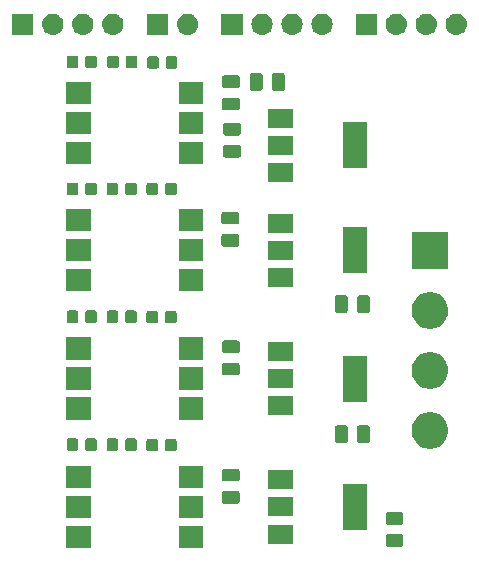
<source format=gts>
G04 #@! TF.GenerationSoftware,KiCad,Pcbnew,5.0.2-bee76a0~70~ubuntu18.04.1*
G04 #@! TF.CreationDate,2020-07-21T15:58:49+05:30*
G04 #@! TF.ProjectId,switch_board_v1.1,73776974-6368-45f6-926f-6172645f7631,rev?*
G04 #@! TF.SameCoordinates,Original*
G04 #@! TF.FileFunction,Soldermask,Top*
G04 #@! TF.FilePolarity,Negative*
%FSLAX46Y46*%
G04 Gerber Fmt 4.6, Leading zero omitted, Abs format (unit mm)*
G04 Created by KiCad (PCBNEW 5.0.2-bee76a0~70~ubuntu18.04.1) date Tue Jul 21 15:58:49 2020*
%MOMM*%
%LPD*%
G01*
G04 APERTURE LIST*
%ADD10C,0.100000*%
G04 APERTURE END LIST*
D10*
G36*
X107526000Y-111014332D02*
X105424000Y-111014332D01*
X105424000Y-109132332D01*
X107526000Y-109132332D01*
X107526000Y-111014332D01*
X107526000Y-111014332D01*
G37*
G36*
X97996000Y-111014332D02*
X95894000Y-111014332D01*
X95894000Y-109132332D01*
X97996000Y-109132332D01*
X97996000Y-111014332D01*
X97996000Y-111014332D01*
G37*
G36*
X124284466Y-109841065D02*
X124323137Y-109852796D01*
X124358779Y-109871848D01*
X124390017Y-109897483D01*
X124415652Y-109928721D01*
X124434704Y-109964363D01*
X124446435Y-110003034D01*
X124451000Y-110049388D01*
X124451000Y-110700612D01*
X124446435Y-110746966D01*
X124434704Y-110785637D01*
X124415652Y-110821279D01*
X124390017Y-110852517D01*
X124358779Y-110878152D01*
X124323137Y-110897204D01*
X124284466Y-110908935D01*
X124238112Y-110913500D01*
X123161888Y-110913500D01*
X123115534Y-110908935D01*
X123076863Y-110897204D01*
X123041221Y-110878152D01*
X123009983Y-110852517D01*
X122984348Y-110821279D01*
X122965296Y-110785637D01*
X122953565Y-110746966D01*
X122949000Y-110700612D01*
X122949000Y-110049388D01*
X122953565Y-110003034D01*
X122965296Y-109964363D01*
X122984348Y-109928721D01*
X123009983Y-109897483D01*
X123041221Y-109871848D01*
X123076863Y-109852796D01*
X123115534Y-109841065D01*
X123161888Y-109836500D01*
X124238112Y-109836500D01*
X124284466Y-109841065D01*
X124284466Y-109841065D01*
G37*
G36*
X115121000Y-110634332D02*
X113019000Y-110634332D01*
X113019000Y-109032332D01*
X115121000Y-109032332D01*
X115121000Y-110634332D01*
X115121000Y-110634332D01*
G37*
G36*
X121421000Y-109484332D02*
X119319000Y-109484332D01*
X119319000Y-105582332D01*
X121421000Y-105582332D01*
X121421000Y-109484332D01*
X121421000Y-109484332D01*
G37*
G36*
X124284466Y-107966065D02*
X124323137Y-107977796D01*
X124358779Y-107996848D01*
X124390017Y-108022483D01*
X124415652Y-108053721D01*
X124434704Y-108089363D01*
X124446435Y-108128034D01*
X124451000Y-108174388D01*
X124451000Y-108825612D01*
X124446435Y-108871966D01*
X124434704Y-108910637D01*
X124415652Y-108946279D01*
X124390017Y-108977517D01*
X124358779Y-109003152D01*
X124323137Y-109022204D01*
X124284466Y-109033935D01*
X124238112Y-109038500D01*
X123161888Y-109038500D01*
X123115534Y-109033935D01*
X123076863Y-109022204D01*
X123041221Y-109003152D01*
X123009983Y-108977517D01*
X122984348Y-108946279D01*
X122965296Y-108910637D01*
X122953565Y-108871966D01*
X122949000Y-108825612D01*
X122949000Y-108174388D01*
X122953565Y-108128034D01*
X122965296Y-108089363D01*
X122984348Y-108053721D01*
X123009983Y-108022483D01*
X123041221Y-107996848D01*
X123076863Y-107977796D01*
X123115534Y-107966065D01*
X123161888Y-107961500D01*
X124238112Y-107961500D01*
X124284466Y-107966065D01*
X124284466Y-107966065D01*
G37*
G36*
X107526000Y-108474332D02*
X105424000Y-108474332D01*
X105424000Y-106592332D01*
X107526000Y-106592332D01*
X107526000Y-108474332D01*
X107526000Y-108474332D01*
G37*
G36*
X97996000Y-108474332D02*
X95894000Y-108474332D01*
X95894000Y-106592332D01*
X97996000Y-106592332D01*
X97996000Y-108474332D01*
X97996000Y-108474332D01*
G37*
G36*
X115121000Y-108334332D02*
X113019000Y-108334332D01*
X113019000Y-106732332D01*
X115121000Y-106732332D01*
X115121000Y-108334332D01*
X115121000Y-108334332D01*
G37*
G36*
X110434466Y-106181065D02*
X110473137Y-106192796D01*
X110508779Y-106211848D01*
X110540017Y-106237483D01*
X110565652Y-106268721D01*
X110584704Y-106304363D01*
X110596435Y-106343034D01*
X110601000Y-106389388D01*
X110601000Y-107040612D01*
X110596435Y-107086966D01*
X110584704Y-107125637D01*
X110565652Y-107161279D01*
X110540017Y-107192517D01*
X110508779Y-107218152D01*
X110473137Y-107237204D01*
X110434466Y-107248935D01*
X110388112Y-107253500D01*
X109311888Y-107253500D01*
X109265534Y-107248935D01*
X109226863Y-107237204D01*
X109191221Y-107218152D01*
X109159983Y-107192517D01*
X109134348Y-107161279D01*
X109115296Y-107125637D01*
X109103565Y-107086966D01*
X109099000Y-107040612D01*
X109099000Y-106389388D01*
X109103565Y-106343034D01*
X109115296Y-106304363D01*
X109134348Y-106268721D01*
X109159983Y-106237483D01*
X109191221Y-106211848D01*
X109226863Y-106192796D01*
X109265534Y-106181065D01*
X109311888Y-106176500D01*
X110388112Y-106176500D01*
X110434466Y-106181065D01*
X110434466Y-106181065D01*
G37*
G36*
X115121000Y-106034332D02*
X113019000Y-106034332D01*
X113019000Y-104432332D01*
X115121000Y-104432332D01*
X115121000Y-106034332D01*
X115121000Y-106034332D01*
G37*
G36*
X107526000Y-105934332D02*
X105424000Y-105934332D01*
X105424000Y-104052332D01*
X107526000Y-104052332D01*
X107526000Y-105934332D01*
X107526000Y-105934332D01*
G37*
G36*
X97996000Y-105934332D02*
X95894000Y-105934332D01*
X95894000Y-104052332D01*
X97996000Y-104052332D01*
X97996000Y-105934332D01*
X97996000Y-105934332D01*
G37*
G36*
X110434466Y-104306065D02*
X110473137Y-104317796D01*
X110508779Y-104336848D01*
X110540017Y-104362483D01*
X110565652Y-104393721D01*
X110584704Y-104429363D01*
X110596435Y-104468034D01*
X110601000Y-104514388D01*
X110601000Y-105165612D01*
X110596435Y-105211966D01*
X110584704Y-105250637D01*
X110565652Y-105286279D01*
X110540017Y-105317517D01*
X110508779Y-105343152D01*
X110473137Y-105362204D01*
X110434466Y-105373935D01*
X110388112Y-105378500D01*
X109311888Y-105378500D01*
X109265534Y-105373935D01*
X109226863Y-105362204D01*
X109191221Y-105343152D01*
X109159983Y-105317517D01*
X109134348Y-105286279D01*
X109115296Y-105250637D01*
X109103565Y-105211966D01*
X109099000Y-105165612D01*
X109099000Y-104514388D01*
X109103565Y-104468034D01*
X109115296Y-104429363D01*
X109134348Y-104393721D01*
X109159983Y-104362483D01*
X109191221Y-104336848D01*
X109226863Y-104317796D01*
X109265534Y-104306065D01*
X109311888Y-104301500D01*
X110388112Y-104301500D01*
X110434466Y-104306065D01*
X110434466Y-104306065D01*
G37*
G36*
X105114591Y-101778085D02*
X105148569Y-101788393D01*
X105179887Y-101805133D01*
X105207339Y-101827661D01*
X105229867Y-101855113D01*
X105246607Y-101886431D01*
X105256915Y-101920409D01*
X105261000Y-101961890D01*
X105261000Y-102638110D01*
X105256915Y-102679591D01*
X105246607Y-102713569D01*
X105229867Y-102744887D01*
X105207339Y-102772339D01*
X105179887Y-102794867D01*
X105148569Y-102811607D01*
X105114591Y-102821915D01*
X105073110Y-102826000D01*
X104471890Y-102826000D01*
X104430409Y-102821915D01*
X104396431Y-102811607D01*
X104365113Y-102794867D01*
X104337661Y-102772339D01*
X104315133Y-102744887D01*
X104298393Y-102713569D01*
X104288085Y-102679591D01*
X104284000Y-102638110D01*
X104284000Y-101961890D01*
X104288085Y-101920409D01*
X104298393Y-101886431D01*
X104315133Y-101855113D01*
X104337661Y-101827661D01*
X104365113Y-101805133D01*
X104396431Y-101788393D01*
X104430409Y-101778085D01*
X104471890Y-101774000D01*
X105073110Y-101774000D01*
X105114591Y-101778085D01*
X105114591Y-101778085D01*
G37*
G36*
X103539591Y-101778085D02*
X103573569Y-101788393D01*
X103604887Y-101805133D01*
X103632339Y-101827661D01*
X103654867Y-101855113D01*
X103671607Y-101886431D01*
X103681915Y-101920409D01*
X103686000Y-101961890D01*
X103686000Y-102638110D01*
X103681915Y-102679591D01*
X103671607Y-102713569D01*
X103654867Y-102744887D01*
X103632339Y-102772339D01*
X103604887Y-102794867D01*
X103573569Y-102811607D01*
X103539591Y-102821915D01*
X103498110Y-102826000D01*
X102896890Y-102826000D01*
X102855409Y-102821915D01*
X102821431Y-102811607D01*
X102790113Y-102794867D01*
X102762661Y-102772339D01*
X102740133Y-102744887D01*
X102723393Y-102713569D01*
X102713085Y-102679591D01*
X102709000Y-102638110D01*
X102709000Y-101961890D01*
X102713085Y-101920409D01*
X102723393Y-101886431D01*
X102740133Y-101855113D01*
X102762661Y-101827661D01*
X102790113Y-101805133D01*
X102821431Y-101788393D01*
X102855409Y-101778085D01*
X102896890Y-101774000D01*
X103498110Y-101774000D01*
X103539591Y-101778085D01*
X103539591Y-101778085D01*
G37*
G36*
X98352091Y-101738085D02*
X98386069Y-101748393D01*
X98417387Y-101765133D01*
X98444839Y-101787661D01*
X98467367Y-101815113D01*
X98484107Y-101846431D01*
X98494415Y-101880409D01*
X98498500Y-101921890D01*
X98498500Y-102598110D01*
X98494415Y-102639591D01*
X98484107Y-102673569D01*
X98467367Y-102704887D01*
X98444839Y-102732339D01*
X98417387Y-102754867D01*
X98386069Y-102771607D01*
X98352091Y-102781915D01*
X98310610Y-102786000D01*
X97709390Y-102786000D01*
X97667909Y-102781915D01*
X97633931Y-102771607D01*
X97602613Y-102754867D01*
X97575161Y-102732339D01*
X97552633Y-102704887D01*
X97535893Y-102673569D01*
X97525585Y-102639591D01*
X97521500Y-102598110D01*
X97521500Y-101921890D01*
X97525585Y-101880409D01*
X97535893Y-101846431D01*
X97552633Y-101815113D01*
X97575161Y-101787661D01*
X97602613Y-101765133D01*
X97633931Y-101748393D01*
X97667909Y-101738085D01*
X97709390Y-101734000D01*
X98310610Y-101734000D01*
X98352091Y-101738085D01*
X98352091Y-101738085D01*
G37*
G36*
X100158341Y-101738085D02*
X100192319Y-101748393D01*
X100223637Y-101765133D01*
X100251089Y-101787661D01*
X100273617Y-101815113D01*
X100290357Y-101846431D01*
X100300665Y-101880409D01*
X100304750Y-101921890D01*
X100304750Y-102598110D01*
X100300665Y-102639591D01*
X100290357Y-102673569D01*
X100273617Y-102704887D01*
X100251089Y-102732339D01*
X100223637Y-102754867D01*
X100192319Y-102771607D01*
X100158341Y-102781915D01*
X100116860Y-102786000D01*
X99515640Y-102786000D01*
X99474159Y-102781915D01*
X99440181Y-102771607D01*
X99408863Y-102754867D01*
X99381411Y-102732339D01*
X99358883Y-102704887D01*
X99342143Y-102673569D01*
X99331835Y-102639591D01*
X99327750Y-102598110D01*
X99327750Y-101921890D01*
X99331835Y-101880409D01*
X99342143Y-101846431D01*
X99358883Y-101815113D01*
X99381411Y-101787661D01*
X99408863Y-101765133D01*
X99440181Y-101748393D01*
X99474159Y-101738085D01*
X99515640Y-101734000D01*
X100116860Y-101734000D01*
X100158341Y-101738085D01*
X100158341Y-101738085D01*
G37*
G36*
X101733341Y-101738085D02*
X101767319Y-101748393D01*
X101798637Y-101765133D01*
X101826089Y-101787661D01*
X101848617Y-101815113D01*
X101865357Y-101846431D01*
X101875665Y-101880409D01*
X101879750Y-101921890D01*
X101879750Y-102598110D01*
X101875665Y-102639591D01*
X101865357Y-102673569D01*
X101848617Y-102704887D01*
X101826089Y-102732339D01*
X101798637Y-102754867D01*
X101767319Y-102771607D01*
X101733341Y-102781915D01*
X101691860Y-102786000D01*
X101090640Y-102786000D01*
X101049159Y-102781915D01*
X101015181Y-102771607D01*
X100983863Y-102754867D01*
X100956411Y-102732339D01*
X100933883Y-102704887D01*
X100917143Y-102673569D01*
X100906835Y-102639591D01*
X100902750Y-102598110D01*
X100902750Y-101921890D01*
X100906835Y-101880409D01*
X100917143Y-101846431D01*
X100933883Y-101815113D01*
X100956411Y-101787661D01*
X100983863Y-101765133D01*
X101015181Y-101748393D01*
X101049159Y-101738085D01*
X101090640Y-101734000D01*
X101691860Y-101734000D01*
X101733341Y-101738085D01*
X101733341Y-101738085D01*
G37*
G36*
X96777091Y-101738085D02*
X96811069Y-101748393D01*
X96842387Y-101765133D01*
X96869839Y-101787661D01*
X96892367Y-101815113D01*
X96909107Y-101846431D01*
X96919415Y-101880409D01*
X96923500Y-101921890D01*
X96923500Y-102598110D01*
X96919415Y-102639591D01*
X96909107Y-102673569D01*
X96892367Y-102704887D01*
X96869839Y-102732339D01*
X96842387Y-102754867D01*
X96811069Y-102771607D01*
X96777091Y-102781915D01*
X96735610Y-102786000D01*
X96134390Y-102786000D01*
X96092909Y-102781915D01*
X96058931Y-102771607D01*
X96027613Y-102754867D01*
X96000161Y-102732339D01*
X95977633Y-102704887D01*
X95960893Y-102673569D01*
X95950585Y-102639591D01*
X95946500Y-102598110D01*
X95946500Y-101921890D01*
X95950585Y-101880409D01*
X95960893Y-101846431D01*
X95977633Y-101815113D01*
X96000161Y-101787661D01*
X96027613Y-101765133D01*
X96058931Y-101748393D01*
X96092909Y-101738085D01*
X96134390Y-101734000D01*
X96735610Y-101734000D01*
X96777091Y-101738085D01*
X96777091Y-101738085D01*
G37*
G36*
X127052527Y-99548736D02*
X127152410Y-99568604D01*
X127434674Y-99685521D01*
X127688705Y-99855259D01*
X127904741Y-100071295D01*
X128074479Y-100325326D01*
X128191396Y-100607590D01*
X128191396Y-100607591D01*
X128238764Y-100845722D01*
X128251000Y-100907240D01*
X128251000Y-101212760D01*
X128191396Y-101512410D01*
X128074479Y-101794674D01*
X127904741Y-102048705D01*
X127688705Y-102264741D01*
X127434674Y-102434479D01*
X127152410Y-102551396D01*
X127052527Y-102571264D01*
X126852762Y-102611000D01*
X126547238Y-102611000D01*
X126347473Y-102571264D01*
X126247590Y-102551396D01*
X125965326Y-102434479D01*
X125711295Y-102264741D01*
X125495259Y-102048705D01*
X125325521Y-101794674D01*
X125208604Y-101512410D01*
X125149000Y-101212760D01*
X125149000Y-100907240D01*
X125161237Y-100845722D01*
X125208604Y-100607591D01*
X125208604Y-100607590D01*
X125325521Y-100325326D01*
X125495259Y-100071295D01*
X125711295Y-99855259D01*
X125965326Y-99685521D01*
X126247590Y-99568604D01*
X126347473Y-99548736D01*
X126547238Y-99509000D01*
X126852762Y-99509000D01*
X127052527Y-99548736D01*
X127052527Y-99548736D01*
G37*
G36*
X119574466Y-100633565D02*
X119613137Y-100645296D01*
X119648779Y-100664348D01*
X119680017Y-100689983D01*
X119705652Y-100721221D01*
X119724704Y-100756863D01*
X119736435Y-100795534D01*
X119741000Y-100841888D01*
X119741000Y-101918112D01*
X119736435Y-101964466D01*
X119724704Y-102003137D01*
X119705652Y-102038779D01*
X119680017Y-102070017D01*
X119648779Y-102095652D01*
X119613137Y-102114704D01*
X119574466Y-102126435D01*
X119528112Y-102131000D01*
X118876888Y-102131000D01*
X118830534Y-102126435D01*
X118791863Y-102114704D01*
X118756221Y-102095652D01*
X118724983Y-102070017D01*
X118699348Y-102038779D01*
X118680296Y-102003137D01*
X118668565Y-101964466D01*
X118664000Y-101918112D01*
X118664000Y-100841888D01*
X118668565Y-100795534D01*
X118680296Y-100756863D01*
X118699348Y-100721221D01*
X118724983Y-100689983D01*
X118756221Y-100664348D01*
X118791863Y-100645296D01*
X118830534Y-100633565D01*
X118876888Y-100629000D01*
X119528112Y-100629000D01*
X119574466Y-100633565D01*
X119574466Y-100633565D01*
G37*
G36*
X121449466Y-100633565D02*
X121488137Y-100645296D01*
X121523779Y-100664348D01*
X121555017Y-100689983D01*
X121580652Y-100721221D01*
X121599704Y-100756863D01*
X121611435Y-100795534D01*
X121616000Y-100841888D01*
X121616000Y-101918112D01*
X121611435Y-101964466D01*
X121599704Y-102003137D01*
X121580652Y-102038779D01*
X121555017Y-102070017D01*
X121523779Y-102095652D01*
X121488137Y-102114704D01*
X121449466Y-102126435D01*
X121403112Y-102131000D01*
X120751888Y-102131000D01*
X120705534Y-102126435D01*
X120666863Y-102114704D01*
X120631221Y-102095652D01*
X120599983Y-102070017D01*
X120574348Y-102038779D01*
X120555296Y-102003137D01*
X120543565Y-101964466D01*
X120539000Y-101918112D01*
X120539000Y-100841888D01*
X120543565Y-100795534D01*
X120555296Y-100756863D01*
X120574348Y-100721221D01*
X120599983Y-100689983D01*
X120631221Y-100664348D01*
X120666863Y-100645296D01*
X120705534Y-100633565D01*
X120751888Y-100629000D01*
X121403112Y-100629000D01*
X121449466Y-100633565D01*
X121449466Y-100633565D01*
G37*
G36*
X97996000Y-100147666D02*
X95894000Y-100147666D01*
X95894000Y-98265666D01*
X97996000Y-98265666D01*
X97996000Y-100147666D01*
X97996000Y-100147666D01*
G37*
G36*
X107526000Y-100147666D02*
X105424000Y-100147666D01*
X105424000Y-98265666D01*
X107526000Y-98265666D01*
X107526000Y-100147666D01*
X107526000Y-100147666D01*
G37*
G36*
X115121000Y-99767666D02*
X113019000Y-99767666D01*
X113019000Y-98165666D01*
X115121000Y-98165666D01*
X115121000Y-99767666D01*
X115121000Y-99767666D01*
G37*
G36*
X121421000Y-98617666D02*
X119319000Y-98617666D01*
X119319000Y-94715666D01*
X121421000Y-94715666D01*
X121421000Y-98617666D01*
X121421000Y-98617666D01*
G37*
G36*
X107526000Y-97607666D02*
X105424000Y-97607666D01*
X105424000Y-95725666D01*
X107526000Y-95725666D01*
X107526000Y-97607666D01*
X107526000Y-97607666D01*
G37*
G36*
X97996000Y-97607666D02*
X95894000Y-97607666D01*
X95894000Y-95725666D01*
X97996000Y-95725666D01*
X97996000Y-97607666D01*
X97996000Y-97607666D01*
G37*
G36*
X127052527Y-94468736D02*
X127152410Y-94488604D01*
X127434674Y-94605521D01*
X127688705Y-94775259D01*
X127904741Y-94991295D01*
X128074479Y-95245326D01*
X128191396Y-95527590D01*
X128203462Y-95588250D01*
X128251000Y-95827238D01*
X128251000Y-96132762D01*
X128231764Y-96229466D01*
X128191396Y-96432410D01*
X128074479Y-96714674D01*
X127904741Y-96968705D01*
X127688705Y-97184741D01*
X127434674Y-97354479D01*
X127152410Y-97471396D01*
X127052527Y-97491264D01*
X126852762Y-97531000D01*
X126547238Y-97531000D01*
X126347473Y-97491264D01*
X126247590Y-97471396D01*
X125965326Y-97354479D01*
X125711295Y-97184741D01*
X125495259Y-96968705D01*
X125325521Y-96714674D01*
X125208604Y-96432410D01*
X125168236Y-96229466D01*
X125149000Y-96132762D01*
X125149000Y-95827238D01*
X125196538Y-95588250D01*
X125208604Y-95527590D01*
X125325521Y-95245326D01*
X125495259Y-94991295D01*
X125711295Y-94775259D01*
X125965326Y-94605521D01*
X126247590Y-94488604D01*
X126347473Y-94468736D01*
X126547238Y-94429000D01*
X126852762Y-94429000D01*
X127052527Y-94468736D01*
X127052527Y-94468736D01*
G37*
G36*
X115121000Y-97467666D02*
X113019000Y-97467666D01*
X113019000Y-95865666D01*
X115121000Y-95865666D01*
X115121000Y-97467666D01*
X115121000Y-97467666D01*
G37*
G36*
X110424466Y-95323565D02*
X110463137Y-95335296D01*
X110498779Y-95354348D01*
X110530017Y-95379983D01*
X110555652Y-95411221D01*
X110574704Y-95446863D01*
X110586435Y-95485534D01*
X110591000Y-95531888D01*
X110591000Y-96183112D01*
X110586435Y-96229466D01*
X110574704Y-96268137D01*
X110555652Y-96303779D01*
X110530017Y-96335017D01*
X110498779Y-96360652D01*
X110463137Y-96379704D01*
X110424466Y-96391435D01*
X110378112Y-96396000D01*
X109301888Y-96396000D01*
X109255534Y-96391435D01*
X109216863Y-96379704D01*
X109181221Y-96360652D01*
X109149983Y-96335017D01*
X109124348Y-96303779D01*
X109105296Y-96268137D01*
X109093565Y-96229466D01*
X109089000Y-96183112D01*
X109089000Y-95531888D01*
X109093565Y-95485534D01*
X109105296Y-95446863D01*
X109124348Y-95411221D01*
X109149983Y-95379983D01*
X109181221Y-95354348D01*
X109216863Y-95335296D01*
X109255534Y-95323565D01*
X109301888Y-95319000D01*
X110378112Y-95319000D01*
X110424466Y-95323565D01*
X110424466Y-95323565D01*
G37*
G36*
X115121000Y-95167666D02*
X113019000Y-95167666D01*
X113019000Y-93565666D01*
X115121000Y-93565666D01*
X115121000Y-95167666D01*
X115121000Y-95167666D01*
G37*
G36*
X107526000Y-95067666D02*
X105424000Y-95067666D01*
X105424000Y-93185666D01*
X107526000Y-93185666D01*
X107526000Y-95067666D01*
X107526000Y-95067666D01*
G37*
G36*
X97996000Y-95067666D02*
X95894000Y-95067666D01*
X95894000Y-93185666D01*
X97996000Y-93185666D01*
X97996000Y-95067666D01*
X97996000Y-95067666D01*
G37*
G36*
X110424466Y-93448565D02*
X110463137Y-93460296D01*
X110498779Y-93479348D01*
X110530017Y-93504983D01*
X110555652Y-93536221D01*
X110574704Y-93571863D01*
X110586435Y-93610534D01*
X110591000Y-93656888D01*
X110591000Y-94308112D01*
X110586435Y-94354466D01*
X110574704Y-94393137D01*
X110555652Y-94428779D01*
X110530017Y-94460017D01*
X110498779Y-94485652D01*
X110463137Y-94504704D01*
X110424466Y-94516435D01*
X110378112Y-94521000D01*
X109301888Y-94521000D01*
X109255534Y-94516435D01*
X109216863Y-94504704D01*
X109181221Y-94485652D01*
X109149983Y-94460017D01*
X109124348Y-94428779D01*
X109105296Y-94393137D01*
X109093565Y-94354466D01*
X109089000Y-94308112D01*
X109089000Y-93656888D01*
X109093565Y-93610534D01*
X109105296Y-93571863D01*
X109124348Y-93536221D01*
X109149983Y-93504983D01*
X109181221Y-93479348D01*
X109216863Y-93460296D01*
X109255534Y-93448565D01*
X109301888Y-93444000D01*
X110378112Y-93444000D01*
X110424466Y-93448565D01*
X110424466Y-93448565D01*
G37*
G36*
X127052527Y-89388736D02*
X127152410Y-89408604D01*
X127434674Y-89525521D01*
X127688705Y-89695259D01*
X127904741Y-89911295D01*
X128074479Y-90165326D01*
X128191396Y-90447590D01*
X128191396Y-90447591D01*
X128251000Y-90747238D01*
X128251000Y-91052762D01*
X128211264Y-91252527D01*
X128191396Y-91352410D01*
X128074479Y-91634674D01*
X127904741Y-91888705D01*
X127688705Y-92104741D01*
X127434674Y-92274479D01*
X127152410Y-92391396D01*
X127052527Y-92411264D01*
X126852762Y-92451000D01*
X126547238Y-92451000D01*
X126347473Y-92411264D01*
X126247590Y-92391396D01*
X125965326Y-92274479D01*
X125711295Y-92104741D01*
X125495259Y-91888705D01*
X125325521Y-91634674D01*
X125208604Y-91352410D01*
X125188736Y-91252527D01*
X125149000Y-91052762D01*
X125149000Y-90747238D01*
X125208604Y-90447591D01*
X125208604Y-90447590D01*
X125325521Y-90165326D01*
X125495259Y-89911295D01*
X125711295Y-89695259D01*
X125965326Y-89525521D01*
X126247590Y-89408604D01*
X126347473Y-89388736D01*
X126547238Y-89349000D01*
X126852762Y-89349000D01*
X127052527Y-89388736D01*
X127052527Y-89388736D01*
G37*
G36*
X103539591Y-90948085D02*
X103573569Y-90958393D01*
X103604887Y-90975133D01*
X103632339Y-90997661D01*
X103654867Y-91025113D01*
X103671607Y-91056431D01*
X103681915Y-91090409D01*
X103686000Y-91131890D01*
X103686000Y-91808110D01*
X103681915Y-91849591D01*
X103671607Y-91883569D01*
X103654867Y-91914887D01*
X103632339Y-91942339D01*
X103604887Y-91964867D01*
X103573569Y-91981607D01*
X103539591Y-91991915D01*
X103498110Y-91996000D01*
X102896890Y-91996000D01*
X102855409Y-91991915D01*
X102821431Y-91981607D01*
X102790113Y-91964867D01*
X102762661Y-91942339D01*
X102740133Y-91914887D01*
X102723393Y-91883569D01*
X102713085Y-91849591D01*
X102709000Y-91808110D01*
X102709000Y-91131890D01*
X102713085Y-91090409D01*
X102723393Y-91056431D01*
X102740133Y-91025113D01*
X102762661Y-90997661D01*
X102790113Y-90975133D01*
X102821431Y-90958393D01*
X102855409Y-90948085D01*
X102896890Y-90944000D01*
X103498110Y-90944000D01*
X103539591Y-90948085D01*
X103539591Y-90948085D01*
G37*
G36*
X105114591Y-90948085D02*
X105148569Y-90958393D01*
X105179887Y-90975133D01*
X105207339Y-90997661D01*
X105229867Y-91025113D01*
X105246607Y-91056431D01*
X105256915Y-91090409D01*
X105261000Y-91131890D01*
X105261000Y-91808110D01*
X105256915Y-91849591D01*
X105246607Y-91883569D01*
X105229867Y-91914887D01*
X105207339Y-91942339D01*
X105179887Y-91964867D01*
X105148569Y-91981607D01*
X105114591Y-91991915D01*
X105073110Y-91996000D01*
X104471890Y-91996000D01*
X104430409Y-91991915D01*
X104396431Y-91981607D01*
X104365113Y-91964867D01*
X104337661Y-91942339D01*
X104315133Y-91914887D01*
X104298393Y-91883569D01*
X104288085Y-91849591D01*
X104284000Y-91808110D01*
X104284000Y-91131890D01*
X104288085Y-91090409D01*
X104298393Y-91056431D01*
X104315133Y-91025113D01*
X104337661Y-90997661D01*
X104365113Y-90975133D01*
X104396431Y-90958393D01*
X104430409Y-90948085D01*
X104471890Y-90944000D01*
X105073110Y-90944000D01*
X105114591Y-90948085D01*
X105114591Y-90948085D01*
G37*
G36*
X98352091Y-90908085D02*
X98386069Y-90918393D01*
X98417387Y-90935133D01*
X98444839Y-90957661D01*
X98467367Y-90985113D01*
X98484107Y-91016431D01*
X98494415Y-91050409D01*
X98498500Y-91091890D01*
X98498500Y-91768110D01*
X98494415Y-91809591D01*
X98484107Y-91843569D01*
X98467367Y-91874887D01*
X98444839Y-91902339D01*
X98417387Y-91924867D01*
X98386069Y-91941607D01*
X98352091Y-91951915D01*
X98310610Y-91956000D01*
X97709390Y-91956000D01*
X97667909Y-91951915D01*
X97633931Y-91941607D01*
X97602613Y-91924867D01*
X97575161Y-91902339D01*
X97552633Y-91874887D01*
X97535893Y-91843569D01*
X97525585Y-91809591D01*
X97521500Y-91768110D01*
X97521500Y-91091890D01*
X97525585Y-91050409D01*
X97535893Y-91016431D01*
X97552633Y-90985113D01*
X97575161Y-90957661D01*
X97602613Y-90935133D01*
X97633931Y-90918393D01*
X97667909Y-90908085D01*
X97709390Y-90904000D01*
X98310610Y-90904000D01*
X98352091Y-90908085D01*
X98352091Y-90908085D01*
G37*
G36*
X100158341Y-90908085D02*
X100192319Y-90918393D01*
X100223637Y-90935133D01*
X100251089Y-90957661D01*
X100273617Y-90985113D01*
X100290357Y-91016431D01*
X100300665Y-91050409D01*
X100304750Y-91091890D01*
X100304750Y-91768110D01*
X100300665Y-91809591D01*
X100290357Y-91843569D01*
X100273617Y-91874887D01*
X100251089Y-91902339D01*
X100223637Y-91924867D01*
X100192319Y-91941607D01*
X100158341Y-91951915D01*
X100116860Y-91956000D01*
X99515640Y-91956000D01*
X99474159Y-91951915D01*
X99440181Y-91941607D01*
X99408863Y-91924867D01*
X99381411Y-91902339D01*
X99358883Y-91874887D01*
X99342143Y-91843569D01*
X99331835Y-91809591D01*
X99327750Y-91768110D01*
X99327750Y-91091890D01*
X99331835Y-91050409D01*
X99342143Y-91016431D01*
X99358883Y-90985113D01*
X99381411Y-90957661D01*
X99408863Y-90935133D01*
X99440181Y-90918393D01*
X99474159Y-90908085D01*
X99515640Y-90904000D01*
X100116860Y-90904000D01*
X100158341Y-90908085D01*
X100158341Y-90908085D01*
G37*
G36*
X101733341Y-90908085D02*
X101767319Y-90918393D01*
X101798637Y-90935133D01*
X101826089Y-90957661D01*
X101848617Y-90985113D01*
X101865357Y-91016431D01*
X101875665Y-91050409D01*
X101879750Y-91091890D01*
X101879750Y-91768110D01*
X101875665Y-91809591D01*
X101865357Y-91843569D01*
X101848617Y-91874887D01*
X101826089Y-91902339D01*
X101798637Y-91924867D01*
X101767319Y-91941607D01*
X101733341Y-91951915D01*
X101691860Y-91956000D01*
X101090640Y-91956000D01*
X101049159Y-91951915D01*
X101015181Y-91941607D01*
X100983863Y-91924867D01*
X100956411Y-91902339D01*
X100933883Y-91874887D01*
X100917143Y-91843569D01*
X100906835Y-91809591D01*
X100902750Y-91768110D01*
X100902750Y-91091890D01*
X100906835Y-91050409D01*
X100917143Y-91016431D01*
X100933883Y-90985113D01*
X100956411Y-90957661D01*
X100983863Y-90935133D01*
X101015181Y-90918393D01*
X101049159Y-90908085D01*
X101090640Y-90904000D01*
X101691860Y-90904000D01*
X101733341Y-90908085D01*
X101733341Y-90908085D01*
G37*
G36*
X96777091Y-90908085D02*
X96811069Y-90918393D01*
X96842387Y-90935133D01*
X96869839Y-90957661D01*
X96892367Y-90985113D01*
X96909107Y-91016431D01*
X96919415Y-91050409D01*
X96923500Y-91091890D01*
X96923500Y-91768110D01*
X96919415Y-91809591D01*
X96909107Y-91843569D01*
X96892367Y-91874887D01*
X96869839Y-91902339D01*
X96842387Y-91924867D01*
X96811069Y-91941607D01*
X96777091Y-91951915D01*
X96735610Y-91956000D01*
X96134390Y-91956000D01*
X96092909Y-91951915D01*
X96058931Y-91941607D01*
X96027613Y-91924867D01*
X96000161Y-91902339D01*
X95977633Y-91874887D01*
X95960893Y-91843569D01*
X95950585Y-91809591D01*
X95946500Y-91768110D01*
X95946500Y-91091890D01*
X95950585Y-91050409D01*
X95960893Y-91016431D01*
X95977633Y-90985113D01*
X96000161Y-90957661D01*
X96027613Y-90935133D01*
X96058931Y-90918393D01*
X96092909Y-90908085D01*
X96134390Y-90904000D01*
X96735610Y-90904000D01*
X96777091Y-90908085D01*
X96777091Y-90908085D01*
G37*
G36*
X121451966Y-89613565D02*
X121490637Y-89625296D01*
X121526279Y-89644348D01*
X121557517Y-89669983D01*
X121583152Y-89701221D01*
X121602204Y-89736863D01*
X121613935Y-89775534D01*
X121618500Y-89821888D01*
X121618500Y-90898112D01*
X121613935Y-90944466D01*
X121602204Y-90983137D01*
X121583152Y-91018779D01*
X121557517Y-91050017D01*
X121526279Y-91075652D01*
X121490637Y-91094704D01*
X121451966Y-91106435D01*
X121405612Y-91111000D01*
X120754388Y-91111000D01*
X120708034Y-91106435D01*
X120669363Y-91094704D01*
X120633721Y-91075652D01*
X120602483Y-91050017D01*
X120576848Y-91018779D01*
X120557796Y-90983137D01*
X120546065Y-90944466D01*
X120541500Y-90898112D01*
X120541500Y-89821888D01*
X120546065Y-89775534D01*
X120557796Y-89736863D01*
X120576848Y-89701221D01*
X120602483Y-89669983D01*
X120633721Y-89644348D01*
X120669363Y-89625296D01*
X120708034Y-89613565D01*
X120754388Y-89609000D01*
X121405612Y-89609000D01*
X121451966Y-89613565D01*
X121451966Y-89613565D01*
G37*
G36*
X119576966Y-89613565D02*
X119615637Y-89625296D01*
X119651279Y-89644348D01*
X119682517Y-89669983D01*
X119708152Y-89701221D01*
X119727204Y-89736863D01*
X119738935Y-89775534D01*
X119743500Y-89821888D01*
X119743500Y-90898112D01*
X119738935Y-90944466D01*
X119727204Y-90983137D01*
X119708152Y-91018779D01*
X119682517Y-91050017D01*
X119651279Y-91075652D01*
X119615637Y-91094704D01*
X119576966Y-91106435D01*
X119530612Y-91111000D01*
X118879388Y-91111000D01*
X118833034Y-91106435D01*
X118794363Y-91094704D01*
X118758721Y-91075652D01*
X118727483Y-91050017D01*
X118701848Y-91018779D01*
X118682796Y-90983137D01*
X118671065Y-90944466D01*
X118666500Y-90898112D01*
X118666500Y-89821888D01*
X118671065Y-89775534D01*
X118682796Y-89736863D01*
X118701848Y-89701221D01*
X118727483Y-89669983D01*
X118758721Y-89644348D01*
X118794363Y-89625296D01*
X118833034Y-89613565D01*
X118879388Y-89609000D01*
X119530612Y-89609000D01*
X119576966Y-89613565D01*
X119576966Y-89613565D01*
G37*
G36*
X107526000Y-89281000D02*
X105424000Y-89281000D01*
X105424000Y-87399000D01*
X107526000Y-87399000D01*
X107526000Y-89281000D01*
X107526000Y-89281000D01*
G37*
G36*
X97996000Y-89281000D02*
X95894000Y-89281000D01*
X95894000Y-87399000D01*
X97996000Y-87399000D01*
X97996000Y-89281000D01*
X97996000Y-89281000D01*
G37*
G36*
X115121000Y-88901000D02*
X113019000Y-88901000D01*
X113019000Y-87299000D01*
X115121000Y-87299000D01*
X115121000Y-88901000D01*
X115121000Y-88901000D01*
G37*
G36*
X121421000Y-87751000D02*
X119319000Y-87751000D01*
X119319000Y-83849000D01*
X121421000Y-83849000D01*
X121421000Y-87751000D01*
X121421000Y-87751000D01*
G37*
G36*
X128251000Y-87371000D02*
X125149000Y-87371000D01*
X125149000Y-84269000D01*
X128251000Y-84269000D01*
X128251000Y-87371000D01*
X128251000Y-87371000D01*
G37*
G36*
X97996000Y-86741000D02*
X95894000Y-86741000D01*
X95894000Y-84859000D01*
X97996000Y-84859000D01*
X97996000Y-86741000D01*
X97996000Y-86741000D01*
G37*
G36*
X107526000Y-86741000D02*
X105424000Y-86741000D01*
X105424000Y-84859000D01*
X107526000Y-84859000D01*
X107526000Y-86741000D01*
X107526000Y-86741000D01*
G37*
G36*
X115121000Y-86601000D02*
X113019000Y-86601000D01*
X113019000Y-84999000D01*
X115121000Y-84999000D01*
X115121000Y-86601000D01*
X115121000Y-86601000D01*
G37*
G36*
X110384466Y-84423565D02*
X110423137Y-84435296D01*
X110458779Y-84454348D01*
X110490017Y-84479983D01*
X110515652Y-84511221D01*
X110534704Y-84546863D01*
X110546435Y-84585534D01*
X110551000Y-84631888D01*
X110551000Y-85283112D01*
X110546435Y-85329466D01*
X110534704Y-85368137D01*
X110515652Y-85403779D01*
X110490017Y-85435017D01*
X110458779Y-85460652D01*
X110423137Y-85479704D01*
X110384466Y-85491435D01*
X110338112Y-85496000D01*
X109261888Y-85496000D01*
X109215534Y-85491435D01*
X109176863Y-85479704D01*
X109141221Y-85460652D01*
X109109983Y-85435017D01*
X109084348Y-85403779D01*
X109065296Y-85368137D01*
X109053565Y-85329466D01*
X109049000Y-85283112D01*
X109049000Y-84631888D01*
X109053565Y-84585534D01*
X109065296Y-84546863D01*
X109084348Y-84511221D01*
X109109983Y-84479983D01*
X109141221Y-84454348D01*
X109176863Y-84435296D01*
X109215534Y-84423565D01*
X109261888Y-84419000D01*
X110338112Y-84419000D01*
X110384466Y-84423565D01*
X110384466Y-84423565D01*
G37*
G36*
X115121000Y-84301000D02*
X113019000Y-84301000D01*
X113019000Y-82699000D01*
X115121000Y-82699000D01*
X115121000Y-84301000D01*
X115121000Y-84301000D01*
G37*
G36*
X97996000Y-84201000D02*
X95894000Y-84201000D01*
X95894000Y-82319000D01*
X97996000Y-82319000D01*
X97996000Y-84201000D01*
X97996000Y-84201000D01*
G37*
G36*
X107526000Y-84201000D02*
X105424000Y-84201000D01*
X105424000Y-82319000D01*
X107526000Y-82319000D01*
X107526000Y-84201000D01*
X107526000Y-84201000D01*
G37*
G36*
X110384466Y-82548565D02*
X110423137Y-82560296D01*
X110458779Y-82579348D01*
X110490017Y-82604983D01*
X110515652Y-82636221D01*
X110534704Y-82671863D01*
X110546435Y-82710534D01*
X110551000Y-82756888D01*
X110551000Y-83408112D01*
X110546435Y-83454466D01*
X110534704Y-83493137D01*
X110515652Y-83528779D01*
X110490017Y-83560017D01*
X110458779Y-83585652D01*
X110423137Y-83604704D01*
X110384466Y-83616435D01*
X110338112Y-83621000D01*
X109261888Y-83621000D01*
X109215534Y-83616435D01*
X109176863Y-83604704D01*
X109141221Y-83585652D01*
X109109983Y-83560017D01*
X109084348Y-83528779D01*
X109065296Y-83493137D01*
X109053565Y-83454466D01*
X109049000Y-83408112D01*
X109049000Y-82756888D01*
X109053565Y-82710534D01*
X109065296Y-82671863D01*
X109084348Y-82636221D01*
X109109983Y-82604983D01*
X109141221Y-82579348D01*
X109176863Y-82560296D01*
X109215534Y-82548565D01*
X109261888Y-82544000D01*
X110338112Y-82544000D01*
X110384466Y-82548565D01*
X110384466Y-82548565D01*
G37*
G36*
X101733341Y-80078085D02*
X101767319Y-80088393D01*
X101798637Y-80105133D01*
X101826089Y-80127661D01*
X101848617Y-80155113D01*
X101865357Y-80186431D01*
X101875665Y-80220409D01*
X101879750Y-80261890D01*
X101879750Y-80938110D01*
X101875665Y-80979591D01*
X101865357Y-81013569D01*
X101848617Y-81044887D01*
X101826089Y-81072339D01*
X101798637Y-81094867D01*
X101767319Y-81111607D01*
X101733341Y-81121915D01*
X101691860Y-81126000D01*
X101090640Y-81126000D01*
X101049159Y-81121915D01*
X101015181Y-81111607D01*
X100983863Y-81094867D01*
X100956411Y-81072339D01*
X100933883Y-81044887D01*
X100917143Y-81013569D01*
X100906835Y-80979591D01*
X100902750Y-80938110D01*
X100902750Y-80261890D01*
X100906835Y-80220409D01*
X100917143Y-80186431D01*
X100933883Y-80155113D01*
X100956411Y-80127661D01*
X100983863Y-80105133D01*
X101015181Y-80088393D01*
X101049159Y-80078085D01*
X101090640Y-80074000D01*
X101691860Y-80074000D01*
X101733341Y-80078085D01*
X101733341Y-80078085D01*
G37*
G36*
X103539591Y-80078085D02*
X103573569Y-80088393D01*
X103604887Y-80105133D01*
X103632339Y-80127661D01*
X103654867Y-80155113D01*
X103671607Y-80186431D01*
X103681915Y-80220409D01*
X103686000Y-80261890D01*
X103686000Y-80938110D01*
X103681915Y-80979591D01*
X103671607Y-81013569D01*
X103654867Y-81044887D01*
X103632339Y-81072339D01*
X103604887Y-81094867D01*
X103573569Y-81111607D01*
X103539591Y-81121915D01*
X103498110Y-81126000D01*
X102896890Y-81126000D01*
X102855409Y-81121915D01*
X102821431Y-81111607D01*
X102790113Y-81094867D01*
X102762661Y-81072339D01*
X102740133Y-81044887D01*
X102723393Y-81013569D01*
X102713085Y-80979591D01*
X102709000Y-80938110D01*
X102709000Y-80261890D01*
X102713085Y-80220409D01*
X102723393Y-80186431D01*
X102740133Y-80155113D01*
X102762661Y-80127661D01*
X102790113Y-80105133D01*
X102821431Y-80088393D01*
X102855409Y-80078085D01*
X102896890Y-80074000D01*
X103498110Y-80074000D01*
X103539591Y-80078085D01*
X103539591Y-80078085D01*
G37*
G36*
X100158341Y-80078085D02*
X100192319Y-80088393D01*
X100223637Y-80105133D01*
X100251089Y-80127661D01*
X100273617Y-80155113D01*
X100290357Y-80186431D01*
X100300665Y-80220409D01*
X100304750Y-80261890D01*
X100304750Y-80938110D01*
X100300665Y-80979591D01*
X100290357Y-81013569D01*
X100273617Y-81044887D01*
X100251089Y-81072339D01*
X100223637Y-81094867D01*
X100192319Y-81111607D01*
X100158341Y-81121915D01*
X100116860Y-81126000D01*
X99515640Y-81126000D01*
X99474159Y-81121915D01*
X99440181Y-81111607D01*
X99408863Y-81094867D01*
X99381411Y-81072339D01*
X99358883Y-81044887D01*
X99342143Y-81013569D01*
X99331835Y-80979591D01*
X99327750Y-80938110D01*
X99327750Y-80261890D01*
X99331835Y-80220409D01*
X99342143Y-80186431D01*
X99358883Y-80155113D01*
X99381411Y-80127661D01*
X99408863Y-80105133D01*
X99440181Y-80088393D01*
X99474159Y-80078085D01*
X99515640Y-80074000D01*
X100116860Y-80074000D01*
X100158341Y-80078085D01*
X100158341Y-80078085D01*
G37*
G36*
X98352091Y-80078085D02*
X98386069Y-80088393D01*
X98417387Y-80105133D01*
X98444839Y-80127661D01*
X98467367Y-80155113D01*
X98484107Y-80186431D01*
X98494415Y-80220409D01*
X98498500Y-80261890D01*
X98498500Y-80938110D01*
X98494415Y-80979591D01*
X98484107Y-81013569D01*
X98467367Y-81044887D01*
X98444839Y-81072339D01*
X98417387Y-81094867D01*
X98386069Y-81111607D01*
X98352091Y-81121915D01*
X98310610Y-81126000D01*
X97709390Y-81126000D01*
X97667909Y-81121915D01*
X97633931Y-81111607D01*
X97602613Y-81094867D01*
X97575161Y-81072339D01*
X97552633Y-81044887D01*
X97535893Y-81013569D01*
X97525585Y-80979591D01*
X97521500Y-80938110D01*
X97521500Y-80261890D01*
X97525585Y-80220409D01*
X97535893Y-80186431D01*
X97552633Y-80155113D01*
X97575161Y-80127661D01*
X97602613Y-80105133D01*
X97633931Y-80088393D01*
X97667909Y-80078085D01*
X97709390Y-80074000D01*
X98310610Y-80074000D01*
X98352091Y-80078085D01*
X98352091Y-80078085D01*
G37*
G36*
X96777091Y-80078085D02*
X96811069Y-80088393D01*
X96842387Y-80105133D01*
X96869839Y-80127661D01*
X96892367Y-80155113D01*
X96909107Y-80186431D01*
X96919415Y-80220409D01*
X96923500Y-80261890D01*
X96923500Y-80938110D01*
X96919415Y-80979591D01*
X96909107Y-81013569D01*
X96892367Y-81044887D01*
X96869839Y-81072339D01*
X96842387Y-81094867D01*
X96811069Y-81111607D01*
X96777091Y-81121915D01*
X96735610Y-81126000D01*
X96134390Y-81126000D01*
X96092909Y-81121915D01*
X96058931Y-81111607D01*
X96027613Y-81094867D01*
X96000161Y-81072339D01*
X95977633Y-81044887D01*
X95960893Y-81013569D01*
X95950585Y-80979591D01*
X95946500Y-80938110D01*
X95946500Y-80261890D01*
X95950585Y-80220409D01*
X95960893Y-80186431D01*
X95977633Y-80155113D01*
X96000161Y-80127661D01*
X96027613Y-80105133D01*
X96058931Y-80088393D01*
X96092909Y-80078085D01*
X96134390Y-80074000D01*
X96735610Y-80074000D01*
X96777091Y-80078085D01*
X96777091Y-80078085D01*
G37*
G36*
X105114591Y-80078085D02*
X105148569Y-80088393D01*
X105179887Y-80105133D01*
X105207339Y-80127661D01*
X105229867Y-80155113D01*
X105246607Y-80186431D01*
X105256915Y-80220409D01*
X105261000Y-80261890D01*
X105261000Y-80938110D01*
X105256915Y-80979591D01*
X105246607Y-81013569D01*
X105229867Y-81044887D01*
X105207339Y-81072339D01*
X105179887Y-81094867D01*
X105148569Y-81111607D01*
X105114591Y-81121915D01*
X105073110Y-81126000D01*
X104471890Y-81126000D01*
X104430409Y-81121915D01*
X104396431Y-81111607D01*
X104365113Y-81094867D01*
X104337661Y-81072339D01*
X104315133Y-81044887D01*
X104298393Y-81013569D01*
X104288085Y-80979591D01*
X104284000Y-80938110D01*
X104284000Y-80261890D01*
X104288085Y-80220409D01*
X104298393Y-80186431D01*
X104315133Y-80155113D01*
X104337661Y-80127661D01*
X104365113Y-80105133D01*
X104396431Y-80088393D01*
X104430409Y-80078085D01*
X104471890Y-80074000D01*
X105073110Y-80074000D01*
X105114591Y-80078085D01*
X105114591Y-80078085D01*
G37*
G36*
X115121000Y-80021000D02*
X113019000Y-80021000D01*
X113019000Y-78419000D01*
X115121000Y-78419000D01*
X115121000Y-80021000D01*
X115121000Y-80021000D01*
G37*
G36*
X121421000Y-78871000D02*
X119319000Y-78871000D01*
X119319000Y-74969000D01*
X121421000Y-74969000D01*
X121421000Y-78871000D01*
X121421000Y-78871000D01*
G37*
G36*
X107526000Y-78531000D02*
X105424000Y-78531000D01*
X105424000Y-76649000D01*
X107526000Y-76649000D01*
X107526000Y-78531000D01*
X107526000Y-78531000D01*
G37*
G36*
X97996000Y-78531000D02*
X95894000Y-78531000D01*
X95894000Y-76649000D01*
X97996000Y-76649000D01*
X97996000Y-78531000D01*
X97996000Y-78531000D01*
G37*
G36*
X110534466Y-76891065D02*
X110573137Y-76902796D01*
X110608779Y-76921848D01*
X110640017Y-76947483D01*
X110665652Y-76978721D01*
X110684704Y-77014363D01*
X110696435Y-77053034D01*
X110701000Y-77099388D01*
X110701000Y-77750612D01*
X110696435Y-77796966D01*
X110684704Y-77835637D01*
X110665652Y-77871279D01*
X110640017Y-77902517D01*
X110608779Y-77928152D01*
X110573137Y-77947204D01*
X110534466Y-77958935D01*
X110488112Y-77963500D01*
X109411888Y-77963500D01*
X109365534Y-77958935D01*
X109326863Y-77947204D01*
X109291221Y-77928152D01*
X109259983Y-77902517D01*
X109234348Y-77871279D01*
X109215296Y-77835637D01*
X109203565Y-77796966D01*
X109199000Y-77750612D01*
X109199000Y-77099388D01*
X109203565Y-77053034D01*
X109215296Y-77014363D01*
X109234348Y-76978721D01*
X109259983Y-76947483D01*
X109291221Y-76921848D01*
X109326863Y-76902796D01*
X109365534Y-76891065D01*
X109411888Y-76886500D01*
X110488112Y-76886500D01*
X110534466Y-76891065D01*
X110534466Y-76891065D01*
G37*
G36*
X115121000Y-77721000D02*
X113019000Y-77721000D01*
X113019000Y-76119000D01*
X115121000Y-76119000D01*
X115121000Y-77721000D01*
X115121000Y-77721000D01*
G37*
G36*
X110534466Y-75016065D02*
X110573137Y-75027796D01*
X110608779Y-75046848D01*
X110640017Y-75072483D01*
X110665652Y-75103721D01*
X110684704Y-75139363D01*
X110696435Y-75178034D01*
X110701000Y-75224388D01*
X110701000Y-75875612D01*
X110696435Y-75921966D01*
X110684704Y-75960637D01*
X110665652Y-75996279D01*
X110640017Y-76027517D01*
X110608779Y-76053152D01*
X110573137Y-76072204D01*
X110534466Y-76083935D01*
X110488112Y-76088500D01*
X109411888Y-76088500D01*
X109365534Y-76083935D01*
X109326863Y-76072204D01*
X109291221Y-76053152D01*
X109259983Y-76027517D01*
X109234348Y-75996279D01*
X109215296Y-75960637D01*
X109203565Y-75921966D01*
X109199000Y-75875612D01*
X109199000Y-75224388D01*
X109203565Y-75178034D01*
X109215296Y-75139363D01*
X109234348Y-75103721D01*
X109259983Y-75072483D01*
X109291221Y-75046848D01*
X109326863Y-75027796D01*
X109365534Y-75016065D01*
X109411888Y-75011500D01*
X110488112Y-75011500D01*
X110534466Y-75016065D01*
X110534466Y-75016065D01*
G37*
G36*
X97996000Y-75991000D02*
X95894000Y-75991000D01*
X95894000Y-74109000D01*
X97996000Y-74109000D01*
X97996000Y-75991000D01*
X97996000Y-75991000D01*
G37*
G36*
X107526000Y-75991000D02*
X105424000Y-75991000D01*
X105424000Y-74109000D01*
X107526000Y-74109000D01*
X107526000Y-75991000D01*
X107526000Y-75991000D01*
G37*
G36*
X115121000Y-75421000D02*
X113019000Y-75421000D01*
X113019000Y-73819000D01*
X115121000Y-73819000D01*
X115121000Y-75421000D01*
X115121000Y-75421000D01*
G37*
G36*
X110424466Y-72876065D02*
X110463137Y-72887796D01*
X110498779Y-72906848D01*
X110530017Y-72932483D01*
X110555652Y-72963721D01*
X110574704Y-72999363D01*
X110586435Y-73038034D01*
X110591000Y-73084388D01*
X110591000Y-73735612D01*
X110586435Y-73781966D01*
X110574704Y-73820637D01*
X110555652Y-73856279D01*
X110530017Y-73887517D01*
X110498779Y-73913152D01*
X110463137Y-73932204D01*
X110424466Y-73943935D01*
X110378112Y-73948500D01*
X109301888Y-73948500D01*
X109255534Y-73943935D01*
X109216863Y-73932204D01*
X109181221Y-73913152D01*
X109149983Y-73887517D01*
X109124348Y-73856279D01*
X109105296Y-73820637D01*
X109093565Y-73781966D01*
X109089000Y-73735612D01*
X109089000Y-73084388D01*
X109093565Y-73038034D01*
X109105296Y-72999363D01*
X109124348Y-72963721D01*
X109149983Y-72932483D01*
X109181221Y-72906848D01*
X109216863Y-72887796D01*
X109255534Y-72876065D01*
X109301888Y-72871500D01*
X110378112Y-72871500D01*
X110424466Y-72876065D01*
X110424466Y-72876065D01*
G37*
G36*
X97996000Y-73451000D02*
X95894000Y-73451000D01*
X95894000Y-71569000D01*
X97996000Y-71569000D01*
X97996000Y-73451000D01*
X97996000Y-73451000D01*
G37*
G36*
X107526000Y-73451000D02*
X105424000Y-73451000D01*
X105424000Y-71569000D01*
X107526000Y-71569000D01*
X107526000Y-73451000D01*
X107526000Y-73451000D01*
G37*
G36*
X112371966Y-70803565D02*
X112410637Y-70815296D01*
X112446279Y-70834348D01*
X112477517Y-70859983D01*
X112503152Y-70891221D01*
X112522204Y-70926863D01*
X112533935Y-70965534D01*
X112538500Y-71011888D01*
X112538500Y-72088112D01*
X112533935Y-72134466D01*
X112522204Y-72173137D01*
X112503152Y-72208779D01*
X112477517Y-72240017D01*
X112446279Y-72265652D01*
X112410637Y-72284704D01*
X112371966Y-72296435D01*
X112325612Y-72301000D01*
X111674388Y-72301000D01*
X111628034Y-72296435D01*
X111589363Y-72284704D01*
X111553721Y-72265652D01*
X111522483Y-72240017D01*
X111496848Y-72208779D01*
X111477796Y-72173137D01*
X111466065Y-72134466D01*
X111461500Y-72088112D01*
X111461500Y-71011888D01*
X111466065Y-70965534D01*
X111477796Y-70926863D01*
X111496848Y-70891221D01*
X111522483Y-70859983D01*
X111553721Y-70834348D01*
X111589363Y-70815296D01*
X111628034Y-70803565D01*
X111674388Y-70799000D01*
X112325612Y-70799000D01*
X112371966Y-70803565D01*
X112371966Y-70803565D01*
G37*
G36*
X114246966Y-70803565D02*
X114285637Y-70815296D01*
X114321279Y-70834348D01*
X114352517Y-70859983D01*
X114378152Y-70891221D01*
X114397204Y-70926863D01*
X114408935Y-70965534D01*
X114413500Y-71011888D01*
X114413500Y-72088112D01*
X114408935Y-72134466D01*
X114397204Y-72173137D01*
X114378152Y-72208779D01*
X114352517Y-72240017D01*
X114321279Y-72265652D01*
X114285637Y-72284704D01*
X114246966Y-72296435D01*
X114200612Y-72301000D01*
X113549388Y-72301000D01*
X113503034Y-72296435D01*
X113464363Y-72284704D01*
X113428721Y-72265652D01*
X113397483Y-72240017D01*
X113371848Y-72208779D01*
X113352796Y-72173137D01*
X113341065Y-72134466D01*
X113336500Y-72088112D01*
X113336500Y-71011888D01*
X113341065Y-70965534D01*
X113352796Y-70926863D01*
X113371848Y-70891221D01*
X113397483Y-70859983D01*
X113428721Y-70834348D01*
X113464363Y-70815296D01*
X113503034Y-70803565D01*
X113549388Y-70799000D01*
X114200612Y-70799000D01*
X114246966Y-70803565D01*
X114246966Y-70803565D01*
G37*
G36*
X110424466Y-71001065D02*
X110463137Y-71012796D01*
X110498779Y-71031848D01*
X110530017Y-71057483D01*
X110555652Y-71088721D01*
X110574704Y-71124363D01*
X110586435Y-71163034D01*
X110591000Y-71209388D01*
X110591000Y-71860612D01*
X110586435Y-71906966D01*
X110574704Y-71945637D01*
X110555652Y-71981279D01*
X110530017Y-72012517D01*
X110498779Y-72038152D01*
X110463137Y-72057204D01*
X110424466Y-72068935D01*
X110378112Y-72073500D01*
X109301888Y-72073500D01*
X109255534Y-72068935D01*
X109216863Y-72057204D01*
X109181221Y-72038152D01*
X109149983Y-72012517D01*
X109124348Y-71981279D01*
X109105296Y-71945637D01*
X109093565Y-71906966D01*
X109089000Y-71860612D01*
X109089000Y-71209388D01*
X109093565Y-71163034D01*
X109105296Y-71124363D01*
X109124348Y-71088721D01*
X109149983Y-71057483D01*
X109181221Y-71031848D01*
X109216863Y-71012796D01*
X109255534Y-71001065D01*
X109301888Y-70996500D01*
X110378112Y-70996500D01*
X110424466Y-71001065D01*
X110424466Y-71001065D01*
G37*
G36*
X105174591Y-69378085D02*
X105208569Y-69388393D01*
X105239887Y-69405133D01*
X105267339Y-69427661D01*
X105289867Y-69455113D01*
X105306607Y-69486431D01*
X105316915Y-69520409D01*
X105321000Y-69561890D01*
X105321000Y-70238110D01*
X105316915Y-70279591D01*
X105306607Y-70313569D01*
X105289867Y-70344887D01*
X105267339Y-70372339D01*
X105239887Y-70394867D01*
X105208569Y-70411607D01*
X105174591Y-70421915D01*
X105133110Y-70426000D01*
X104531890Y-70426000D01*
X104490409Y-70421915D01*
X104456431Y-70411607D01*
X104425113Y-70394867D01*
X104397661Y-70372339D01*
X104375133Y-70344887D01*
X104358393Y-70313569D01*
X104348085Y-70279591D01*
X104344000Y-70238110D01*
X104344000Y-69561890D01*
X104348085Y-69520409D01*
X104358393Y-69486431D01*
X104375133Y-69455113D01*
X104397661Y-69427661D01*
X104425113Y-69405133D01*
X104456431Y-69388393D01*
X104490409Y-69378085D01*
X104531890Y-69374000D01*
X105133110Y-69374000D01*
X105174591Y-69378085D01*
X105174591Y-69378085D01*
G37*
G36*
X103599591Y-69378085D02*
X103633569Y-69388393D01*
X103664887Y-69405133D01*
X103692339Y-69427661D01*
X103714867Y-69455113D01*
X103731607Y-69486431D01*
X103741915Y-69520409D01*
X103746000Y-69561890D01*
X103746000Y-70238110D01*
X103741915Y-70279591D01*
X103731607Y-70313569D01*
X103714867Y-70344887D01*
X103692339Y-70372339D01*
X103664887Y-70394867D01*
X103633569Y-70411607D01*
X103599591Y-70421915D01*
X103558110Y-70426000D01*
X102956890Y-70426000D01*
X102915409Y-70421915D01*
X102881431Y-70411607D01*
X102850113Y-70394867D01*
X102822661Y-70372339D01*
X102800133Y-70344887D01*
X102783393Y-70313569D01*
X102773085Y-70279591D01*
X102769000Y-70238110D01*
X102769000Y-69561890D01*
X102773085Y-69520409D01*
X102783393Y-69486431D01*
X102800133Y-69455113D01*
X102822661Y-69427661D01*
X102850113Y-69405133D01*
X102881431Y-69388393D01*
X102915409Y-69378085D01*
X102956890Y-69374000D01*
X103558110Y-69374000D01*
X103599591Y-69378085D01*
X103599591Y-69378085D01*
G37*
G36*
X98352091Y-69338085D02*
X98386069Y-69348393D01*
X98417387Y-69365133D01*
X98444839Y-69387661D01*
X98467367Y-69415113D01*
X98484107Y-69446431D01*
X98494415Y-69480409D01*
X98498500Y-69521890D01*
X98498500Y-70198110D01*
X98494415Y-70239591D01*
X98484107Y-70273569D01*
X98467367Y-70304887D01*
X98444839Y-70332339D01*
X98417387Y-70354867D01*
X98386069Y-70371607D01*
X98352091Y-70381915D01*
X98310610Y-70386000D01*
X97709390Y-70386000D01*
X97667909Y-70381915D01*
X97633931Y-70371607D01*
X97602613Y-70354867D01*
X97575161Y-70332339D01*
X97552633Y-70304887D01*
X97535893Y-70273569D01*
X97525585Y-70239591D01*
X97521500Y-70198110D01*
X97521500Y-69521890D01*
X97525585Y-69480409D01*
X97535893Y-69446431D01*
X97552633Y-69415113D01*
X97575161Y-69387661D01*
X97602613Y-69365133D01*
X97633931Y-69348393D01*
X97667909Y-69338085D01*
X97709390Y-69334000D01*
X98310610Y-69334000D01*
X98352091Y-69338085D01*
X98352091Y-69338085D01*
G37*
G36*
X96777091Y-69338085D02*
X96811069Y-69348393D01*
X96842387Y-69365133D01*
X96869839Y-69387661D01*
X96892367Y-69415113D01*
X96909107Y-69446431D01*
X96919415Y-69480409D01*
X96923500Y-69521890D01*
X96923500Y-70198110D01*
X96919415Y-70239591D01*
X96909107Y-70273569D01*
X96892367Y-70304887D01*
X96869839Y-70332339D01*
X96842387Y-70354867D01*
X96811069Y-70371607D01*
X96777091Y-70381915D01*
X96735610Y-70386000D01*
X96134390Y-70386000D01*
X96092909Y-70381915D01*
X96058931Y-70371607D01*
X96027613Y-70354867D01*
X96000161Y-70332339D01*
X95977633Y-70304887D01*
X95960893Y-70273569D01*
X95950585Y-70239591D01*
X95946500Y-70198110D01*
X95946500Y-69521890D01*
X95950585Y-69480409D01*
X95960893Y-69446431D01*
X95977633Y-69415113D01*
X96000161Y-69387661D01*
X96027613Y-69365133D01*
X96058931Y-69348393D01*
X96092909Y-69338085D01*
X96134390Y-69334000D01*
X96735610Y-69334000D01*
X96777091Y-69338085D01*
X96777091Y-69338085D01*
G37*
G36*
X100218341Y-69338085D02*
X100252319Y-69348393D01*
X100283637Y-69365133D01*
X100311089Y-69387661D01*
X100333617Y-69415113D01*
X100350357Y-69446431D01*
X100360665Y-69480409D01*
X100364750Y-69521890D01*
X100364750Y-70198110D01*
X100360665Y-70239591D01*
X100350357Y-70273569D01*
X100333617Y-70304887D01*
X100311089Y-70332339D01*
X100283637Y-70354867D01*
X100252319Y-70371607D01*
X100218341Y-70381915D01*
X100176860Y-70386000D01*
X99575640Y-70386000D01*
X99534159Y-70381915D01*
X99500181Y-70371607D01*
X99468863Y-70354867D01*
X99441411Y-70332339D01*
X99418883Y-70304887D01*
X99402143Y-70273569D01*
X99391835Y-70239591D01*
X99387750Y-70198110D01*
X99387750Y-69521890D01*
X99391835Y-69480409D01*
X99402143Y-69446431D01*
X99418883Y-69415113D01*
X99441411Y-69387661D01*
X99468863Y-69365133D01*
X99500181Y-69348393D01*
X99534159Y-69338085D01*
X99575640Y-69334000D01*
X100176860Y-69334000D01*
X100218341Y-69338085D01*
X100218341Y-69338085D01*
G37*
G36*
X101793341Y-69338085D02*
X101827319Y-69348393D01*
X101858637Y-69365133D01*
X101886089Y-69387661D01*
X101908617Y-69415113D01*
X101925357Y-69446431D01*
X101935665Y-69480409D01*
X101939750Y-69521890D01*
X101939750Y-70198110D01*
X101935665Y-70239591D01*
X101925357Y-70273569D01*
X101908617Y-70304887D01*
X101886089Y-70332339D01*
X101858637Y-70354867D01*
X101827319Y-70371607D01*
X101793341Y-70381915D01*
X101751860Y-70386000D01*
X101150640Y-70386000D01*
X101109159Y-70381915D01*
X101075181Y-70371607D01*
X101043863Y-70354867D01*
X101016411Y-70332339D01*
X100993883Y-70304887D01*
X100977143Y-70273569D01*
X100966835Y-70239591D01*
X100962750Y-70198110D01*
X100962750Y-69521890D01*
X100966835Y-69480409D01*
X100977143Y-69446431D01*
X100993883Y-69415113D01*
X101016411Y-69387661D01*
X101043863Y-69365133D01*
X101075181Y-69348393D01*
X101109159Y-69338085D01*
X101150640Y-69334000D01*
X101751860Y-69334000D01*
X101793341Y-69338085D01*
X101793341Y-69338085D01*
G37*
G36*
X122226000Y-67576000D02*
X120424000Y-67576000D01*
X120424000Y-65774000D01*
X122226000Y-65774000D01*
X122226000Y-67576000D01*
X122226000Y-67576000D01*
G37*
G36*
X123975443Y-65780519D02*
X124041627Y-65787037D01*
X124154853Y-65821384D01*
X124211467Y-65838557D01*
X124350087Y-65912652D01*
X124367991Y-65922222D01*
X124403729Y-65951552D01*
X124505186Y-66034814D01*
X124588448Y-66136271D01*
X124617778Y-66172009D01*
X124617779Y-66172011D01*
X124701443Y-66328533D01*
X124701443Y-66328534D01*
X124752963Y-66498373D01*
X124770359Y-66675000D01*
X124752963Y-66851627D01*
X124718616Y-66964853D01*
X124701443Y-67021467D01*
X124627348Y-67160087D01*
X124617778Y-67177991D01*
X124588448Y-67213729D01*
X124505186Y-67315186D01*
X124403729Y-67398448D01*
X124367991Y-67427778D01*
X124367989Y-67427779D01*
X124211467Y-67511443D01*
X124154853Y-67528616D01*
X124041627Y-67562963D01*
X123975443Y-67569481D01*
X123909260Y-67576000D01*
X123820740Y-67576000D01*
X123754557Y-67569481D01*
X123688373Y-67562963D01*
X123575147Y-67528616D01*
X123518533Y-67511443D01*
X123362011Y-67427779D01*
X123362009Y-67427778D01*
X123326271Y-67398448D01*
X123224814Y-67315186D01*
X123141552Y-67213729D01*
X123112222Y-67177991D01*
X123102652Y-67160087D01*
X123028557Y-67021467D01*
X123011384Y-66964853D01*
X122977037Y-66851627D01*
X122959641Y-66675000D01*
X122977037Y-66498373D01*
X123028557Y-66328534D01*
X123028557Y-66328533D01*
X123112221Y-66172011D01*
X123112222Y-66172009D01*
X123141552Y-66136271D01*
X123224814Y-66034814D01*
X123326271Y-65951552D01*
X123362009Y-65922222D01*
X123379913Y-65912652D01*
X123518533Y-65838557D01*
X123575147Y-65821384D01*
X123688373Y-65787037D01*
X123754557Y-65780519D01*
X123820740Y-65774000D01*
X123909260Y-65774000D01*
X123975443Y-65780519D01*
X123975443Y-65780519D01*
G37*
G36*
X126515443Y-65780519D02*
X126581627Y-65787037D01*
X126694853Y-65821384D01*
X126751467Y-65838557D01*
X126890087Y-65912652D01*
X126907991Y-65922222D01*
X126943729Y-65951552D01*
X127045186Y-66034814D01*
X127128448Y-66136271D01*
X127157778Y-66172009D01*
X127157779Y-66172011D01*
X127241443Y-66328533D01*
X127241443Y-66328534D01*
X127292963Y-66498373D01*
X127310359Y-66675000D01*
X127292963Y-66851627D01*
X127258616Y-66964853D01*
X127241443Y-67021467D01*
X127167348Y-67160087D01*
X127157778Y-67177991D01*
X127128448Y-67213729D01*
X127045186Y-67315186D01*
X126943729Y-67398448D01*
X126907991Y-67427778D01*
X126907989Y-67427779D01*
X126751467Y-67511443D01*
X126694853Y-67528616D01*
X126581627Y-67562963D01*
X126515443Y-67569481D01*
X126449260Y-67576000D01*
X126360740Y-67576000D01*
X126294557Y-67569481D01*
X126228373Y-67562963D01*
X126115147Y-67528616D01*
X126058533Y-67511443D01*
X125902011Y-67427779D01*
X125902009Y-67427778D01*
X125866271Y-67398448D01*
X125764814Y-67315186D01*
X125681552Y-67213729D01*
X125652222Y-67177991D01*
X125642652Y-67160087D01*
X125568557Y-67021467D01*
X125551384Y-66964853D01*
X125517037Y-66851627D01*
X125499641Y-66675000D01*
X125517037Y-66498373D01*
X125568557Y-66328534D01*
X125568557Y-66328533D01*
X125652221Y-66172011D01*
X125652222Y-66172009D01*
X125681552Y-66136271D01*
X125764814Y-66034814D01*
X125866271Y-65951552D01*
X125902009Y-65922222D01*
X125919913Y-65912652D01*
X126058533Y-65838557D01*
X126115147Y-65821384D01*
X126228373Y-65787037D01*
X126294557Y-65780519D01*
X126360740Y-65774000D01*
X126449260Y-65774000D01*
X126515443Y-65780519D01*
X126515443Y-65780519D01*
G37*
G36*
X112600443Y-65780519D02*
X112666627Y-65787037D01*
X112779853Y-65821384D01*
X112836467Y-65838557D01*
X112975087Y-65912652D01*
X112992991Y-65922222D01*
X113028729Y-65951552D01*
X113130186Y-66034814D01*
X113213448Y-66136271D01*
X113242778Y-66172009D01*
X113242779Y-66172011D01*
X113326443Y-66328533D01*
X113326443Y-66328534D01*
X113377963Y-66498373D01*
X113395359Y-66675000D01*
X113377963Y-66851627D01*
X113343616Y-66964853D01*
X113326443Y-67021467D01*
X113252348Y-67160087D01*
X113242778Y-67177991D01*
X113213448Y-67213729D01*
X113130186Y-67315186D01*
X113028729Y-67398448D01*
X112992991Y-67427778D01*
X112992989Y-67427779D01*
X112836467Y-67511443D01*
X112779853Y-67528616D01*
X112666627Y-67562963D01*
X112600443Y-67569481D01*
X112534260Y-67576000D01*
X112445740Y-67576000D01*
X112379557Y-67569481D01*
X112313373Y-67562963D01*
X112200147Y-67528616D01*
X112143533Y-67511443D01*
X111987011Y-67427779D01*
X111987009Y-67427778D01*
X111951271Y-67398448D01*
X111849814Y-67315186D01*
X111766552Y-67213729D01*
X111737222Y-67177991D01*
X111727652Y-67160087D01*
X111653557Y-67021467D01*
X111636384Y-66964853D01*
X111602037Y-66851627D01*
X111584641Y-66675000D01*
X111602037Y-66498373D01*
X111653557Y-66328534D01*
X111653557Y-66328533D01*
X111737221Y-66172011D01*
X111737222Y-66172009D01*
X111766552Y-66136271D01*
X111849814Y-66034814D01*
X111951271Y-65951552D01*
X111987009Y-65922222D01*
X112004913Y-65912652D01*
X112143533Y-65838557D01*
X112200147Y-65821384D01*
X112313373Y-65787037D01*
X112379557Y-65780519D01*
X112445740Y-65774000D01*
X112534260Y-65774000D01*
X112600443Y-65780519D01*
X112600443Y-65780519D01*
G37*
G36*
X115140443Y-65780519D02*
X115206627Y-65787037D01*
X115319853Y-65821384D01*
X115376467Y-65838557D01*
X115515087Y-65912652D01*
X115532991Y-65922222D01*
X115568729Y-65951552D01*
X115670186Y-66034814D01*
X115753448Y-66136271D01*
X115782778Y-66172009D01*
X115782779Y-66172011D01*
X115866443Y-66328533D01*
X115866443Y-66328534D01*
X115917963Y-66498373D01*
X115935359Y-66675000D01*
X115917963Y-66851627D01*
X115883616Y-66964853D01*
X115866443Y-67021467D01*
X115792348Y-67160087D01*
X115782778Y-67177991D01*
X115753448Y-67213729D01*
X115670186Y-67315186D01*
X115568729Y-67398448D01*
X115532991Y-67427778D01*
X115532989Y-67427779D01*
X115376467Y-67511443D01*
X115319853Y-67528616D01*
X115206627Y-67562963D01*
X115140443Y-67569481D01*
X115074260Y-67576000D01*
X114985740Y-67576000D01*
X114919557Y-67569481D01*
X114853373Y-67562963D01*
X114740147Y-67528616D01*
X114683533Y-67511443D01*
X114527011Y-67427779D01*
X114527009Y-67427778D01*
X114491271Y-67398448D01*
X114389814Y-67315186D01*
X114306552Y-67213729D01*
X114277222Y-67177991D01*
X114267652Y-67160087D01*
X114193557Y-67021467D01*
X114176384Y-66964853D01*
X114142037Y-66851627D01*
X114124641Y-66675000D01*
X114142037Y-66498373D01*
X114193557Y-66328534D01*
X114193557Y-66328533D01*
X114277221Y-66172011D01*
X114277222Y-66172009D01*
X114306552Y-66136271D01*
X114389814Y-66034814D01*
X114491271Y-65951552D01*
X114527009Y-65922222D01*
X114544913Y-65912652D01*
X114683533Y-65838557D01*
X114740147Y-65821384D01*
X114853373Y-65787037D01*
X114919557Y-65780519D01*
X114985740Y-65774000D01*
X115074260Y-65774000D01*
X115140443Y-65780519D01*
X115140443Y-65780519D01*
G37*
G36*
X117680443Y-65780519D02*
X117746627Y-65787037D01*
X117859853Y-65821384D01*
X117916467Y-65838557D01*
X118055087Y-65912652D01*
X118072991Y-65922222D01*
X118108729Y-65951552D01*
X118210186Y-66034814D01*
X118293448Y-66136271D01*
X118322778Y-66172009D01*
X118322779Y-66172011D01*
X118406443Y-66328533D01*
X118406443Y-66328534D01*
X118457963Y-66498373D01*
X118475359Y-66675000D01*
X118457963Y-66851627D01*
X118423616Y-66964853D01*
X118406443Y-67021467D01*
X118332348Y-67160087D01*
X118322778Y-67177991D01*
X118293448Y-67213729D01*
X118210186Y-67315186D01*
X118108729Y-67398448D01*
X118072991Y-67427778D01*
X118072989Y-67427779D01*
X117916467Y-67511443D01*
X117859853Y-67528616D01*
X117746627Y-67562963D01*
X117680443Y-67569481D01*
X117614260Y-67576000D01*
X117525740Y-67576000D01*
X117459557Y-67569481D01*
X117393373Y-67562963D01*
X117280147Y-67528616D01*
X117223533Y-67511443D01*
X117067011Y-67427779D01*
X117067009Y-67427778D01*
X117031271Y-67398448D01*
X116929814Y-67315186D01*
X116846552Y-67213729D01*
X116817222Y-67177991D01*
X116807652Y-67160087D01*
X116733557Y-67021467D01*
X116716384Y-66964853D01*
X116682037Y-66851627D01*
X116664641Y-66675000D01*
X116682037Y-66498373D01*
X116733557Y-66328534D01*
X116733557Y-66328533D01*
X116817221Y-66172011D01*
X116817222Y-66172009D01*
X116846552Y-66136271D01*
X116929814Y-66034814D01*
X117031271Y-65951552D01*
X117067009Y-65922222D01*
X117084913Y-65912652D01*
X117223533Y-65838557D01*
X117280147Y-65821384D01*
X117393373Y-65787037D01*
X117459557Y-65780519D01*
X117525740Y-65774000D01*
X117614260Y-65774000D01*
X117680443Y-65780519D01*
X117680443Y-65780519D01*
G37*
G36*
X104551000Y-67576000D02*
X102749000Y-67576000D01*
X102749000Y-65774000D01*
X104551000Y-65774000D01*
X104551000Y-67576000D01*
X104551000Y-67576000D01*
G37*
G36*
X106300443Y-65780519D02*
X106366627Y-65787037D01*
X106479853Y-65821384D01*
X106536467Y-65838557D01*
X106675087Y-65912652D01*
X106692991Y-65922222D01*
X106728729Y-65951552D01*
X106830186Y-66034814D01*
X106913448Y-66136271D01*
X106942778Y-66172009D01*
X106942779Y-66172011D01*
X107026443Y-66328533D01*
X107026443Y-66328534D01*
X107077963Y-66498373D01*
X107095359Y-66675000D01*
X107077963Y-66851627D01*
X107043616Y-66964853D01*
X107026443Y-67021467D01*
X106952348Y-67160087D01*
X106942778Y-67177991D01*
X106913448Y-67213729D01*
X106830186Y-67315186D01*
X106728729Y-67398448D01*
X106692991Y-67427778D01*
X106692989Y-67427779D01*
X106536467Y-67511443D01*
X106479853Y-67528616D01*
X106366627Y-67562963D01*
X106300443Y-67569481D01*
X106234260Y-67576000D01*
X106145740Y-67576000D01*
X106079557Y-67569481D01*
X106013373Y-67562963D01*
X105900147Y-67528616D01*
X105843533Y-67511443D01*
X105687011Y-67427779D01*
X105687009Y-67427778D01*
X105651271Y-67398448D01*
X105549814Y-67315186D01*
X105466552Y-67213729D01*
X105437222Y-67177991D01*
X105427652Y-67160087D01*
X105353557Y-67021467D01*
X105336384Y-66964853D01*
X105302037Y-66851627D01*
X105284641Y-66675000D01*
X105302037Y-66498373D01*
X105353557Y-66328534D01*
X105353557Y-66328533D01*
X105437221Y-66172011D01*
X105437222Y-66172009D01*
X105466552Y-66136271D01*
X105549814Y-66034814D01*
X105651271Y-65951552D01*
X105687009Y-65922222D01*
X105704913Y-65912652D01*
X105843533Y-65838557D01*
X105900147Y-65821384D01*
X106013373Y-65787037D01*
X106079557Y-65780519D01*
X106145740Y-65774000D01*
X106234260Y-65774000D01*
X106300443Y-65780519D01*
X106300443Y-65780519D01*
G37*
G36*
X99955443Y-65780519D02*
X100021627Y-65787037D01*
X100134853Y-65821384D01*
X100191467Y-65838557D01*
X100330087Y-65912652D01*
X100347991Y-65922222D01*
X100383729Y-65951552D01*
X100485186Y-66034814D01*
X100568448Y-66136271D01*
X100597778Y-66172009D01*
X100597779Y-66172011D01*
X100681443Y-66328533D01*
X100681443Y-66328534D01*
X100732963Y-66498373D01*
X100750359Y-66675000D01*
X100732963Y-66851627D01*
X100698616Y-66964853D01*
X100681443Y-67021467D01*
X100607348Y-67160087D01*
X100597778Y-67177991D01*
X100568448Y-67213729D01*
X100485186Y-67315186D01*
X100383729Y-67398448D01*
X100347991Y-67427778D01*
X100347989Y-67427779D01*
X100191467Y-67511443D01*
X100134853Y-67528616D01*
X100021627Y-67562963D01*
X99955443Y-67569481D01*
X99889260Y-67576000D01*
X99800740Y-67576000D01*
X99734557Y-67569481D01*
X99668373Y-67562963D01*
X99555147Y-67528616D01*
X99498533Y-67511443D01*
X99342011Y-67427779D01*
X99342009Y-67427778D01*
X99306271Y-67398448D01*
X99204814Y-67315186D01*
X99121552Y-67213729D01*
X99092222Y-67177991D01*
X99082652Y-67160087D01*
X99008557Y-67021467D01*
X98991384Y-66964853D01*
X98957037Y-66851627D01*
X98939641Y-66675000D01*
X98957037Y-66498373D01*
X99008557Y-66328534D01*
X99008557Y-66328533D01*
X99092221Y-66172011D01*
X99092222Y-66172009D01*
X99121552Y-66136271D01*
X99204814Y-66034814D01*
X99306271Y-65951552D01*
X99342009Y-65922222D01*
X99359913Y-65912652D01*
X99498533Y-65838557D01*
X99555147Y-65821384D01*
X99668373Y-65787037D01*
X99734557Y-65780519D01*
X99800740Y-65774000D01*
X99889260Y-65774000D01*
X99955443Y-65780519D01*
X99955443Y-65780519D01*
G37*
G36*
X97415443Y-65780519D02*
X97481627Y-65787037D01*
X97594853Y-65821384D01*
X97651467Y-65838557D01*
X97790087Y-65912652D01*
X97807991Y-65922222D01*
X97843729Y-65951552D01*
X97945186Y-66034814D01*
X98028448Y-66136271D01*
X98057778Y-66172009D01*
X98057779Y-66172011D01*
X98141443Y-66328533D01*
X98141443Y-66328534D01*
X98192963Y-66498373D01*
X98210359Y-66675000D01*
X98192963Y-66851627D01*
X98158616Y-66964853D01*
X98141443Y-67021467D01*
X98067348Y-67160087D01*
X98057778Y-67177991D01*
X98028448Y-67213729D01*
X97945186Y-67315186D01*
X97843729Y-67398448D01*
X97807991Y-67427778D01*
X97807989Y-67427779D01*
X97651467Y-67511443D01*
X97594853Y-67528616D01*
X97481627Y-67562963D01*
X97415443Y-67569481D01*
X97349260Y-67576000D01*
X97260740Y-67576000D01*
X97194557Y-67569481D01*
X97128373Y-67562963D01*
X97015147Y-67528616D01*
X96958533Y-67511443D01*
X96802011Y-67427779D01*
X96802009Y-67427778D01*
X96766271Y-67398448D01*
X96664814Y-67315186D01*
X96581552Y-67213729D01*
X96552222Y-67177991D01*
X96542652Y-67160087D01*
X96468557Y-67021467D01*
X96451384Y-66964853D01*
X96417037Y-66851627D01*
X96399641Y-66675000D01*
X96417037Y-66498373D01*
X96468557Y-66328534D01*
X96468557Y-66328533D01*
X96552221Y-66172011D01*
X96552222Y-66172009D01*
X96581552Y-66136271D01*
X96664814Y-66034814D01*
X96766271Y-65951552D01*
X96802009Y-65922222D01*
X96819913Y-65912652D01*
X96958533Y-65838557D01*
X97015147Y-65821384D01*
X97128373Y-65787037D01*
X97194557Y-65780519D01*
X97260740Y-65774000D01*
X97349260Y-65774000D01*
X97415443Y-65780519D01*
X97415443Y-65780519D01*
G37*
G36*
X94875443Y-65780519D02*
X94941627Y-65787037D01*
X95054853Y-65821384D01*
X95111467Y-65838557D01*
X95250087Y-65912652D01*
X95267991Y-65922222D01*
X95303729Y-65951552D01*
X95405186Y-66034814D01*
X95488448Y-66136271D01*
X95517778Y-66172009D01*
X95517779Y-66172011D01*
X95601443Y-66328533D01*
X95601443Y-66328534D01*
X95652963Y-66498373D01*
X95670359Y-66675000D01*
X95652963Y-66851627D01*
X95618616Y-66964853D01*
X95601443Y-67021467D01*
X95527348Y-67160087D01*
X95517778Y-67177991D01*
X95488448Y-67213729D01*
X95405186Y-67315186D01*
X95303729Y-67398448D01*
X95267991Y-67427778D01*
X95267989Y-67427779D01*
X95111467Y-67511443D01*
X95054853Y-67528616D01*
X94941627Y-67562963D01*
X94875443Y-67569481D01*
X94809260Y-67576000D01*
X94720740Y-67576000D01*
X94654557Y-67569481D01*
X94588373Y-67562963D01*
X94475147Y-67528616D01*
X94418533Y-67511443D01*
X94262011Y-67427779D01*
X94262009Y-67427778D01*
X94226271Y-67398448D01*
X94124814Y-67315186D01*
X94041552Y-67213729D01*
X94012222Y-67177991D01*
X94002652Y-67160087D01*
X93928557Y-67021467D01*
X93911384Y-66964853D01*
X93877037Y-66851627D01*
X93859641Y-66675000D01*
X93877037Y-66498373D01*
X93928557Y-66328534D01*
X93928557Y-66328533D01*
X94012221Y-66172011D01*
X94012222Y-66172009D01*
X94041552Y-66136271D01*
X94124814Y-66034814D01*
X94226271Y-65951552D01*
X94262009Y-65922222D01*
X94279913Y-65912652D01*
X94418533Y-65838557D01*
X94475147Y-65821384D01*
X94588373Y-65787037D01*
X94654557Y-65780519D01*
X94720740Y-65774000D01*
X94809260Y-65774000D01*
X94875443Y-65780519D01*
X94875443Y-65780519D01*
G37*
G36*
X110851000Y-67576000D02*
X109049000Y-67576000D01*
X109049000Y-65774000D01*
X110851000Y-65774000D01*
X110851000Y-67576000D01*
X110851000Y-67576000D01*
G37*
G36*
X93126000Y-67576000D02*
X91324000Y-67576000D01*
X91324000Y-65774000D01*
X93126000Y-65774000D01*
X93126000Y-67576000D01*
X93126000Y-67576000D01*
G37*
G36*
X129055443Y-65780519D02*
X129121627Y-65787037D01*
X129234853Y-65821384D01*
X129291467Y-65838557D01*
X129430087Y-65912652D01*
X129447991Y-65922222D01*
X129483729Y-65951552D01*
X129585186Y-66034814D01*
X129668448Y-66136271D01*
X129697778Y-66172009D01*
X129697779Y-66172011D01*
X129781443Y-66328533D01*
X129781443Y-66328534D01*
X129832963Y-66498373D01*
X129850359Y-66675000D01*
X129832963Y-66851627D01*
X129798616Y-66964853D01*
X129781443Y-67021467D01*
X129707348Y-67160087D01*
X129697778Y-67177991D01*
X129668448Y-67213729D01*
X129585186Y-67315186D01*
X129483729Y-67398448D01*
X129447991Y-67427778D01*
X129447989Y-67427779D01*
X129291467Y-67511443D01*
X129234853Y-67528616D01*
X129121627Y-67562963D01*
X129055443Y-67569481D01*
X128989260Y-67576000D01*
X128900740Y-67576000D01*
X128834557Y-67569481D01*
X128768373Y-67562963D01*
X128655147Y-67528616D01*
X128598533Y-67511443D01*
X128442011Y-67427779D01*
X128442009Y-67427778D01*
X128406271Y-67398448D01*
X128304814Y-67315186D01*
X128221552Y-67213729D01*
X128192222Y-67177991D01*
X128182652Y-67160087D01*
X128108557Y-67021467D01*
X128091384Y-66964853D01*
X128057037Y-66851627D01*
X128039641Y-66675000D01*
X128057037Y-66498373D01*
X128108557Y-66328534D01*
X128108557Y-66328533D01*
X128192221Y-66172011D01*
X128192222Y-66172009D01*
X128221552Y-66136271D01*
X128304814Y-66034814D01*
X128406271Y-65951552D01*
X128442009Y-65922222D01*
X128459913Y-65912652D01*
X128598533Y-65838557D01*
X128655147Y-65821384D01*
X128768373Y-65787037D01*
X128834557Y-65780519D01*
X128900740Y-65774000D01*
X128989260Y-65774000D01*
X129055443Y-65780519D01*
X129055443Y-65780519D01*
G37*
M02*

</source>
